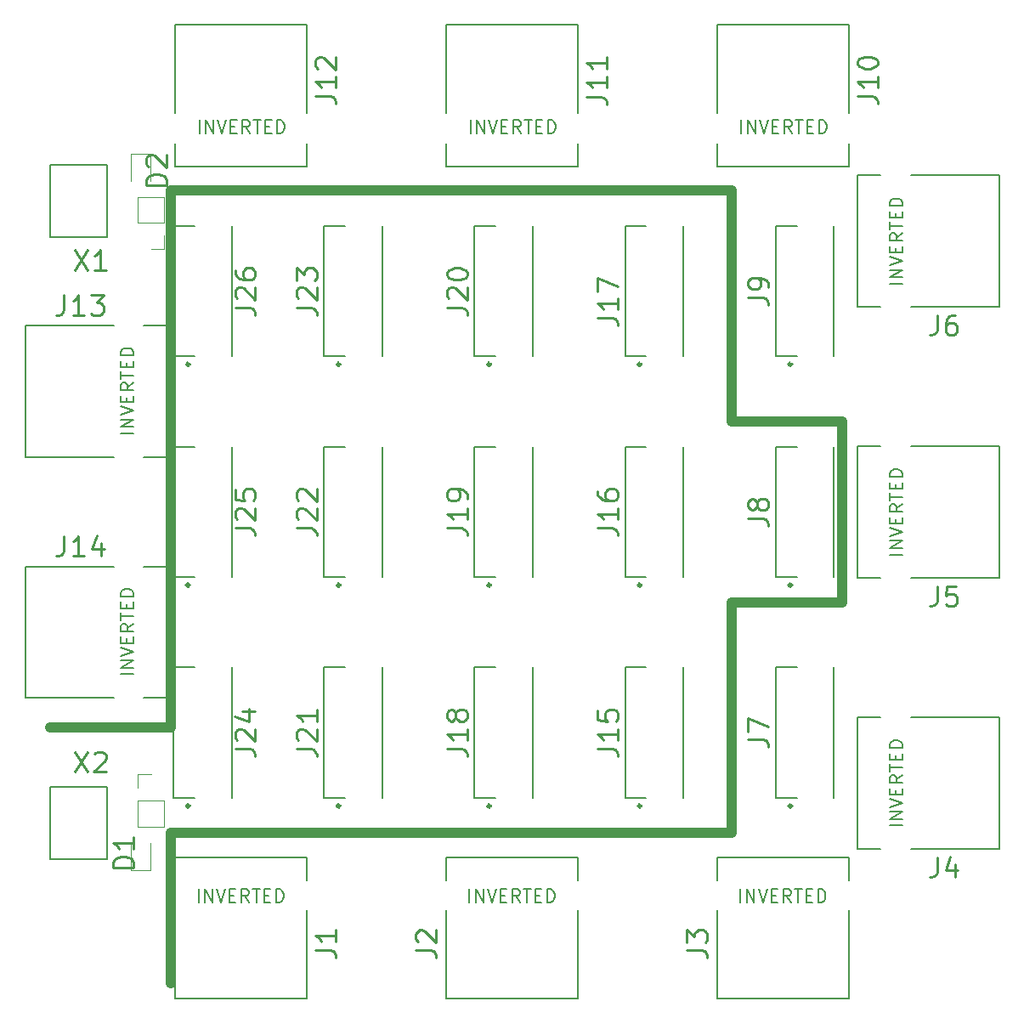
<source format=gbr>
%TF.GenerationSoftware,KiCad,Pcbnew,5.1.7-a382d34a8~88~ubuntu20.04.1*%
%TF.CreationDate,2020-11-29T10:03:16-08:00*%
%TF.ProjectId,multi-way-usb,6d756c74-692d-4776-9179-2d7573622e6b,rev?*%
%TF.SameCoordinates,Original*%
%TF.FileFunction,Legend,Top*%
%TF.FilePolarity,Positive*%
%FSLAX46Y46*%
G04 Gerber Fmt 4.6, Leading zero omitted, Abs format (unit mm)*
G04 Created by KiCad (PCBNEW 5.1.7-a382d34a8~88~ubuntu20.04.1) date 2020-11-29 10:03:16*
%MOMM*%
%LPD*%
G01*
G04 APERTURE LIST*
%ADD10C,1.000000*%
%ADD11C,0.300000*%
%ADD12C,0.127000*%
%ADD13C,0.200000*%
%ADD14C,0.120000*%
%ADD15C,0.150000*%
%ADD16C,0.250000*%
G04 APERTURE END LIST*
D10*
X21844000Y-32004000D02*
X17500000Y-32000000D01*
X21844000Y-9017000D02*
X21844000Y-32004000D01*
X32893000Y-9017000D02*
X21844000Y-9017000D01*
X32893000Y9017000D02*
X32893000Y-9017000D01*
X21844000Y9017000D02*
X32893000Y9017000D01*
X21844000Y32000000D02*
X21844000Y9017000D01*
X17500000Y32000000D02*
X21844000Y32000000D01*
X-34000000Y32000000D02*
X-34000000Y31000000D01*
X-34000000Y-21500000D02*
X-46000000Y-21500000D01*
X-34000000Y31000000D02*
X-34000000Y-21500000D01*
X-34000000Y-32000000D02*
X-34000000Y-47000000D01*
X-34000000Y-32000000D02*
X17500000Y-32000000D01*
X-34000000Y32000000D02*
X17500000Y32000000D01*
D11*
%TO.C,J15*%
X12850000Y-29300000D02*
G75*
G03*
X12850000Y-29300000I-150000J0D01*
G01*
D12*
X11250000Y-15500000D02*
X13350000Y-15500000D01*
X17050000Y-28500000D02*
X17050000Y-15500000D01*
X11250000Y-28500000D02*
X13350000Y-28500000D01*
X11250000Y-15500000D02*
X11250000Y-28500000D01*
D11*
%TO.C,J16*%
X12850000Y-7300000D02*
G75*
G03*
X12850000Y-7300000I-150000J0D01*
G01*
D12*
X11250000Y6500000D02*
X13350000Y6500000D01*
X17050000Y-6500000D02*
X17050000Y6500000D01*
X11250000Y-6500000D02*
X13350000Y-6500000D01*
X11250000Y6500000D02*
X11250000Y-6500000D01*
D11*
%TO.C,J17*%
X12850000Y14700000D02*
G75*
G03*
X12850000Y14700000I-150000J0D01*
G01*
D12*
X11250000Y28500000D02*
X13350000Y28500000D01*
X17050000Y15500000D02*
X17050000Y28500000D01*
X11250000Y15500000D02*
X13350000Y15500000D01*
X11250000Y28500000D02*
X11250000Y15500000D01*
D11*
%TO.C,J9*%
X27850000Y14700000D02*
G75*
G03*
X27850000Y14700000I-150000J0D01*
G01*
D12*
X26250000Y28500000D02*
X28350000Y28500000D01*
X32050000Y15500000D02*
X32050000Y28500000D01*
X26250000Y15500000D02*
X28350000Y15500000D01*
X26250000Y28500000D02*
X26250000Y15500000D01*
D11*
%TO.C,J8*%
X27850000Y-7300000D02*
G75*
G03*
X27850000Y-7300000I-150000J0D01*
G01*
D12*
X26250000Y6500000D02*
X28350000Y6500000D01*
X32050000Y-6500000D02*
X32050000Y6500000D01*
X26250000Y-6500000D02*
X28350000Y-6500000D01*
X26250000Y6500000D02*
X26250000Y-6500000D01*
D11*
%TO.C,J7*%
X27850000Y-29300000D02*
G75*
G03*
X27850000Y-29300000I-150000J0D01*
G01*
D12*
X26250000Y-15500000D02*
X28350000Y-15500000D01*
X32050000Y-28500000D02*
X32050000Y-15500000D01*
X26250000Y-28500000D02*
X28350000Y-28500000D01*
X26250000Y-15500000D02*
X26250000Y-28500000D01*
D13*
%TO.C,J14*%
X-39700000Y-5450000D02*
X-48500000Y-5450000D01*
X-48500000Y-5450000D02*
X-48500000Y-18550000D01*
X-48500000Y-18550000D02*
X-39700000Y-18550000D01*
X-36700000Y-5450000D02*
X-34400000Y-5450000D01*
X-34400000Y-5450000D02*
X-34400000Y-18550000D01*
X-34400000Y-18550000D02*
X-36700000Y-18550000D01*
%TO.C,J13*%
X-39700000Y18550000D02*
X-48500000Y18550000D01*
X-48500000Y18550000D02*
X-48500000Y5450000D01*
X-48500000Y5450000D02*
X-39700000Y5450000D01*
X-36700000Y18550000D02*
X-34400000Y18550000D01*
X-34400000Y18550000D02*
X-34400000Y5450000D01*
X-34400000Y5450000D02*
X-36700000Y5450000D01*
%TO.C,J12*%
X-20450000Y39700000D02*
X-20450000Y48500000D01*
X-20450000Y48500000D02*
X-33550000Y48500000D01*
X-33550000Y48500000D02*
X-33550000Y39700000D01*
X-20450000Y36700000D02*
X-20450000Y34400000D01*
X-20450000Y34400000D02*
X-33550000Y34400000D01*
X-33550000Y34400000D02*
X-33550000Y36700000D01*
%TO.C,J11*%
X6550000Y39700000D02*
X6550000Y48500000D01*
X6550000Y48500000D02*
X-6550000Y48500000D01*
X-6550000Y48500000D02*
X-6550000Y39700000D01*
X6550000Y36700000D02*
X6550000Y34400000D01*
X6550000Y34400000D02*
X-6550000Y34400000D01*
X-6550000Y34400000D02*
X-6550000Y36700000D01*
%TO.C,J10*%
X33550000Y39700000D02*
X33550000Y48500000D01*
X33550000Y48500000D02*
X20450000Y48500000D01*
X20450000Y48500000D02*
X20450000Y39700000D01*
X33550000Y36700000D02*
X33550000Y34400000D01*
X33550000Y34400000D02*
X20450000Y34400000D01*
X20450000Y34400000D02*
X20450000Y36700000D01*
%TO.C,J6*%
X39700000Y20450000D02*
X48500000Y20450000D01*
X48500000Y20450000D02*
X48500000Y33550000D01*
X48500000Y33550000D02*
X39700000Y33550000D01*
X36700000Y20450000D02*
X34400000Y20450000D01*
X34400000Y20450000D02*
X34400000Y33550000D01*
X34400000Y33550000D02*
X36700000Y33550000D01*
%TO.C,J5*%
X39700000Y-6550000D02*
X48500000Y-6550000D01*
X48500000Y-6550000D02*
X48500000Y6550000D01*
X48500000Y6550000D02*
X39700000Y6550000D01*
X36700000Y-6550000D02*
X34400000Y-6550000D01*
X34400000Y-6550000D02*
X34400000Y6550000D01*
X34400000Y6550000D02*
X36700000Y6550000D01*
%TO.C,J4*%
X39700000Y-33550000D02*
X48500000Y-33550000D01*
X48500000Y-33550000D02*
X48500000Y-20450000D01*
X48500000Y-20450000D02*
X39700000Y-20450000D01*
X36700000Y-33550000D02*
X34400000Y-33550000D01*
X34400000Y-33550000D02*
X34400000Y-20450000D01*
X34400000Y-20450000D02*
X36700000Y-20450000D01*
%TO.C,J3*%
X20450000Y-39700000D02*
X20450000Y-48500000D01*
X20450000Y-48500000D02*
X33550000Y-48500000D01*
X33550000Y-48500000D02*
X33550000Y-39700000D01*
X20450000Y-36700000D02*
X20450000Y-34400000D01*
X20450000Y-34400000D02*
X33550000Y-34400000D01*
X33550000Y-34400000D02*
X33550000Y-36700000D01*
%TO.C,J2*%
X-6550000Y-39700000D02*
X-6550000Y-48500000D01*
X-6550000Y-48500000D02*
X6550000Y-48500000D01*
X6550000Y-48500000D02*
X6550000Y-39700000D01*
X-6550000Y-36700000D02*
X-6550000Y-34400000D01*
X-6550000Y-34400000D02*
X6550000Y-34400000D01*
X6550000Y-34400000D02*
X6550000Y-36700000D01*
%TO.C,J1*%
X-33550000Y-39700000D02*
X-33550000Y-48500000D01*
X-33550000Y-48500000D02*
X-20450000Y-48500000D01*
X-20450000Y-48500000D02*
X-20450000Y-39700000D01*
X-33550000Y-36700000D02*
X-33550000Y-34400000D01*
X-33550000Y-34400000D02*
X-20450000Y-34400000D01*
X-20450000Y-34400000D02*
X-20450000Y-36700000D01*
D11*
%TO.C,J24*%
X-32150000Y-29300000D02*
G75*
G03*
X-32150000Y-29300000I-150000J0D01*
G01*
D12*
X-33750000Y-15500000D02*
X-31650000Y-15500000D01*
X-27950000Y-28500000D02*
X-27950000Y-15500000D01*
X-33750000Y-28500000D02*
X-31650000Y-28500000D01*
X-33750000Y-15500000D02*
X-33750000Y-28500000D01*
D11*
%TO.C,J25*%
X-32150000Y-7300000D02*
G75*
G03*
X-32150000Y-7300000I-150000J0D01*
G01*
D12*
X-33750000Y6500000D02*
X-31650000Y6500000D01*
X-27950000Y-6500000D02*
X-27950000Y6500000D01*
X-33750000Y-6500000D02*
X-31650000Y-6500000D01*
X-33750000Y6500000D02*
X-33750000Y-6500000D01*
D11*
%TO.C,J26*%
X-32150000Y14700000D02*
G75*
G03*
X-32150000Y14700000I-150000J0D01*
G01*
D12*
X-33750000Y28500000D02*
X-31650000Y28500000D01*
X-27950000Y15500000D02*
X-27950000Y28500000D01*
X-33750000Y15500000D02*
X-31650000Y15500000D01*
X-33750000Y28500000D02*
X-33750000Y15500000D01*
D11*
%TO.C,J21*%
X-17150000Y-29300000D02*
G75*
G03*
X-17150000Y-29300000I-150000J0D01*
G01*
D12*
X-18750000Y-15500000D02*
X-16650000Y-15500000D01*
X-12950000Y-28500000D02*
X-12950000Y-15500000D01*
X-18750000Y-28500000D02*
X-16650000Y-28500000D01*
X-18750000Y-15500000D02*
X-18750000Y-28500000D01*
D11*
%TO.C,J22*%
X-17150000Y-7300000D02*
G75*
G03*
X-17150000Y-7300000I-150000J0D01*
G01*
D12*
X-18750000Y6500000D02*
X-16650000Y6500000D01*
X-12950000Y-6500000D02*
X-12950000Y6500000D01*
X-18750000Y-6500000D02*
X-16650000Y-6500000D01*
X-18750000Y6500000D02*
X-18750000Y-6500000D01*
D11*
%TO.C,J23*%
X-17150000Y14700000D02*
G75*
G03*
X-17150000Y14700000I-150000J0D01*
G01*
D12*
X-18750000Y28500000D02*
X-16650000Y28500000D01*
X-12950000Y15500000D02*
X-12950000Y28500000D01*
X-18750000Y15500000D02*
X-16650000Y15500000D01*
X-18750000Y28500000D02*
X-18750000Y15500000D01*
D11*
%TO.C,J18*%
X-2150000Y-29300000D02*
G75*
G03*
X-2150000Y-29300000I-150000J0D01*
G01*
D12*
X-3750000Y-15500000D02*
X-1650000Y-15500000D01*
X2050000Y-28500000D02*
X2050000Y-15500000D01*
X-3750000Y-28500000D02*
X-1650000Y-28500000D01*
X-3750000Y-15500000D02*
X-3750000Y-28500000D01*
D11*
%TO.C,J19*%
X-2150000Y-7300000D02*
G75*
G03*
X-2150000Y-7300000I-150000J0D01*
G01*
D12*
X-3750000Y6500000D02*
X-1650000Y6500000D01*
X2050000Y-6500000D02*
X2050000Y6500000D01*
X-3750000Y-6500000D02*
X-1650000Y-6500000D01*
X-3750000Y6500000D02*
X-3750000Y-6500000D01*
D11*
%TO.C,J20*%
X-2150000Y14700000D02*
G75*
G03*
X-2150000Y14700000I-150000J0D01*
G01*
D12*
X-3750000Y28500000D02*
X-1650000Y28500000D01*
X2050000Y15500000D02*
X2050000Y28500000D01*
X-3750000Y15500000D02*
X-1650000Y15500000D01*
X-3750000Y28500000D02*
X-3750000Y15500000D01*
D14*
%TO.C,X4*%
X-37330000Y-26170000D02*
X-36000000Y-26170000D01*
X-37330000Y-27500000D02*
X-37330000Y-26170000D01*
X-37330000Y-28770000D02*
X-34670000Y-28770000D01*
X-34670000Y-28770000D02*
X-34670000Y-31370000D01*
X-37330000Y-28770000D02*
X-37330000Y-31370000D01*
X-37330000Y-31370000D02*
X-34670000Y-31370000D01*
D15*
%TO.C,X2*%
X-46000000Y-27400000D02*
X-46000000Y-34600000D01*
X-46000000Y-27400000D02*
X-40350000Y-27400000D01*
X-40350000Y-27400000D02*
X-40350000Y-34600000D01*
X-40350000Y-34600000D02*
X-46000000Y-34600000D01*
D14*
%TO.C,D1*%
X-36040000Y-35685000D02*
X-36040000Y-33000000D01*
X-37960000Y-35685000D02*
X-36040000Y-35685000D01*
X-37960000Y-33000000D02*
X-37960000Y-35685000D01*
%TO.C,X3*%
X-34670000Y26170000D02*
X-36000000Y26170000D01*
X-34670000Y27500000D02*
X-34670000Y26170000D01*
X-34670000Y28770000D02*
X-37330000Y28770000D01*
X-37330000Y28770000D02*
X-37330000Y31370000D01*
X-34670000Y28770000D02*
X-34670000Y31370000D01*
X-34670000Y31370000D02*
X-37330000Y31370000D01*
D15*
%TO.C,X1*%
X-46000000Y34600000D02*
X-46000000Y27400000D01*
X-46000000Y34600000D02*
X-40350000Y34600000D01*
X-40350000Y34600000D02*
X-40350000Y27400000D01*
X-40350000Y27400000D02*
X-46000000Y27400000D01*
D14*
%TO.C,D2*%
X-37960000Y35685000D02*
X-37960000Y33000000D01*
X-36040000Y35685000D02*
X-37960000Y35685000D01*
X-36040000Y33000000D02*
X-36040000Y35685000D01*
%TO.C,J15*%
D16*
X8517461Y-23619047D02*
X9946033Y-23619047D01*
X10231747Y-23714285D01*
X10422223Y-23904761D01*
X10517461Y-24190476D01*
X10517461Y-24380952D01*
X10517461Y-21619047D02*
X10517461Y-22761904D01*
X10517461Y-22190476D02*
X8517461Y-22190476D01*
X8803176Y-22380952D01*
X8993652Y-22571428D01*
X9088890Y-22761904D01*
X8517461Y-19809523D02*
X8517461Y-20761904D01*
X9469842Y-20857142D01*
X9374604Y-20761904D01*
X9279366Y-20571428D01*
X9279366Y-20095238D01*
X9374604Y-19904761D01*
X9469842Y-19809523D01*
X9660319Y-19714285D01*
X10136509Y-19714285D01*
X10326985Y-19809523D01*
X10422223Y-19904761D01*
X10517461Y-20095238D01*
X10517461Y-20571428D01*
X10422223Y-20761904D01*
X10326985Y-20857142D01*
%TO.C,J16*%
X8517461Y-1619047D02*
X9946033Y-1619047D01*
X10231747Y-1714285D01*
X10422223Y-1904761D01*
X10517461Y-2190476D01*
X10517461Y-2380952D01*
X10517461Y380952D02*
X10517461Y-761904D01*
X10517461Y-190476D02*
X8517461Y-190476D01*
X8803176Y-380952D01*
X8993652Y-571428D01*
X9088890Y-761904D01*
X8517461Y2095238D02*
X8517461Y1714285D01*
X8612700Y1523809D01*
X8707938Y1428571D01*
X8993652Y1238095D01*
X9374604Y1142857D01*
X10136509Y1142857D01*
X10326985Y1238095D01*
X10422223Y1333333D01*
X10517461Y1523809D01*
X10517461Y1904761D01*
X10422223Y2095238D01*
X10326985Y2190476D01*
X10136509Y2285714D01*
X9660319Y2285714D01*
X9469842Y2190476D01*
X9374604Y2095238D01*
X9279366Y1904761D01*
X9279366Y1523809D01*
X9374604Y1333333D01*
X9469842Y1238095D01*
X9660319Y1142857D01*
%TO.C,J17*%
X8517461Y19307593D02*
X9946033Y19307593D01*
X10231747Y19212355D01*
X10422223Y19021879D01*
X10517461Y18736164D01*
X10517461Y18545688D01*
X10517461Y21307593D02*
X10517461Y20164736D01*
X10517461Y20736164D02*
X8517461Y20736164D01*
X8803176Y20545688D01*
X8993652Y20355212D01*
X9088890Y20164736D01*
X8517461Y21974260D02*
X8517461Y23307593D01*
X10517461Y22450450D01*
%TO.C,J9*%
X23517461Y21333333D02*
X24946033Y21333333D01*
X25231747Y21238095D01*
X25422223Y21047619D01*
X25517461Y20761904D01*
X25517461Y20571428D01*
X25517461Y22380952D02*
X25517461Y22761904D01*
X25422223Y22952380D01*
X25326985Y23047619D01*
X25041271Y23238095D01*
X24660319Y23333333D01*
X23898414Y23333333D01*
X23707938Y23238095D01*
X23612700Y23142857D01*
X23517461Y22952380D01*
X23517461Y22571428D01*
X23612700Y22380952D01*
X23707938Y22285714D01*
X23898414Y22190476D01*
X24374604Y22190476D01*
X24565080Y22285714D01*
X24660319Y22380952D01*
X24755557Y22571428D01*
X24755557Y22952380D01*
X24660319Y23142857D01*
X24565080Y23238095D01*
X24374604Y23333333D01*
%TO.C,J8*%
X23517461Y-666666D02*
X24946033Y-666666D01*
X25231747Y-761904D01*
X25422223Y-952380D01*
X25517461Y-1238095D01*
X25517461Y-1428571D01*
X24374604Y571428D02*
X24279366Y380952D01*
X24184128Y285714D01*
X23993652Y190476D01*
X23898414Y190476D01*
X23707938Y285714D01*
X23612700Y380952D01*
X23517461Y571428D01*
X23517461Y952380D01*
X23612700Y1142857D01*
X23707938Y1238095D01*
X23898414Y1333333D01*
X23993652Y1333333D01*
X24184128Y1238095D01*
X24279366Y1142857D01*
X24374604Y952380D01*
X24374604Y571428D01*
X24469842Y380952D01*
X24565080Y285714D01*
X24755557Y190476D01*
X25136509Y190476D01*
X25326985Y285714D01*
X25422223Y380952D01*
X25517461Y571428D01*
X25517461Y952380D01*
X25422223Y1142857D01*
X25326985Y1238095D01*
X25136509Y1333333D01*
X24755557Y1333333D01*
X24565080Y1238095D01*
X24469842Y1142857D01*
X24374604Y952380D01*
%TO.C,J7*%
X23517461Y-22666666D02*
X24946033Y-22666666D01*
X25231747Y-22761904D01*
X25422223Y-22952380D01*
X25517461Y-23238095D01*
X25517461Y-23428571D01*
X23517461Y-21904761D02*
X23517461Y-20571428D01*
X25517461Y-21428571D01*
%TO.C,J14*%
X-44645807Y-2404761D02*
X-44645807Y-3833333D01*
X-44741045Y-4119047D01*
X-44931521Y-4309523D01*
X-45217236Y-4404761D01*
X-45407712Y-4404761D01*
X-42645807Y-4404761D02*
X-43788664Y-4404761D01*
X-43217236Y-4404761D02*
X-43217236Y-2404761D01*
X-43407712Y-2690476D01*
X-43598188Y-2880952D01*
X-43788664Y-2976190D01*
X-40931521Y-3071428D02*
X-40931521Y-4404761D01*
X-41407712Y-2309523D02*
X-41883902Y-3738095D01*
X-40645807Y-3738095D01*
D13*
X-37721904Y-16159523D02*
X-39021904Y-16159523D01*
X-37721904Y-15540476D02*
X-39021904Y-15540476D01*
X-37721904Y-14797619D01*
X-39021904Y-14797619D01*
X-39021904Y-14364285D02*
X-37721904Y-13930952D01*
X-39021904Y-13497619D01*
X-38402857Y-13064285D02*
X-38402857Y-12630952D01*
X-37721904Y-12445238D02*
X-37721904Y-13064285D01*
X-39021904Y-13064285D01*
X-39021904Y-12445238D01*
X-37721904Y-11145238D02*
X-38340952Y-11578571D01*
X-37721904Y-11888095D02*
X-39021904Y-11888095D01*
X-39021904Y-11392857D01*
X-38960000Y-11269047D01*
X-38898095Y-11207142D01*
X-38774285Y-11145238D01*
X-38588571Y-11145238D01*
X-38464761Y-11207142D01*
X-38402857Y-11269047D01*
X-38340952Y-11392857D01*
X-38340952Y-11888095D01*
X-39021904Y-10773809D02*
X-39021904Y-10030952D01*
X-37721904Y-10402380D02*
X-39021904Y-10402380D01*
X-38402857Y-9597619D02*
X-38402857Y-9164285D01*
X-37721904Y-8978571D02*
X-37721904Y-9597619D01*
X-39021904Y-9597619D01*
X-39021904Y-8978571D01*
X-37721904Y-8421428D02*
X-39021904Y-8421428D01*
X-39021904Y-8111904D01*
X-38960000Y-7926190D01*
X-38836190Y-7802380D01*
X-38712380Y-7740476D01*
X-38464761Y-7678571D01*
X-38279047Y-7678571D01*
X-38031428Y-7740476D01*
X-37907619Y-7802380D01*
X-37783809Y-7926190D01*
X-37721904Y-8111904D01*
X-37721904Y-8421428D01*
%TO.C,J13*%
D16*
X-44645807Y21595238D02*
X-44645807Y20166666D01*
X-44741045Y19880952D01*
X-44931521Y19690476D01*
X-45217236Y19595238D01*
X-45407712Y19595238D01*
X-42645807Y19595238D02*
X-43788664Y19595238D01*
X-43217236Y19595238D02*
X-43217236Y21595238D01*
X-43407712Y21309523D01*
X-43598188Y21119047D01*
X-43788664Y21023809D01*
X-41979140Y21595238D02*
X-40741045Y21595238D01*
X-41407712Y20833333D01*
X-41121998Y20833333D01*
X-40931521Y20738095D01*
X-40836283Y20642857D01*
X-40741045Y20452380D01*
X-40741045Y19976190D01*
X-40836283Y19785714D01*
X-40931521Y19690476D01*
X-41121998Y19595238D01*
X-41693426Y19595238D01*
X-41883902Y19690476D01*
X-41979140Y19785714D01*
D13*
X-37721904Y7840476D02*
X-39021904Y7840476D01*
X-37721904Y8459523D02*
X-39021904Y8459523D01*
X-37721904Y9202380D01*
X-39021904Y9202380D01*
X-39021904Y9635714D02*
X-37721904Y10069047D01*
X-39021904Y10502380D01*
X-38402857Y10935714D02*
X-38402857Y11369047D01*
X-37721904Y11554761D02*
X-37721904Y10935714D01*
X-39021904Y10935714D01*
X-39021904Y11554761D01*
X-37721904Y12854761D02*
X-38340952Y12421428D01*
X-37721904Y12111904D02*
X-39021904Y12111904D01*
X-39021904Y12607142D01*
X-38960000Y12730952D01*
X-38898095Y12792857D01*
X-38774285Y12854761D01*
X-38588571Y12854761D01*
X-38464761Y12792857D01*
X-38402857Y12730952D01*
X-38340952Y12607142D01*
X-38340952Y12111904D01*
X-39021904Y13226190D02*
X-39021904Y13969047D01*
X-37721904Y13597619D02*
X-39021904Y13597619D01*
X-38402857Y14402380D02*
X-38402857Y14835714D01*
X-37721904Y15021428D02*
X-37721904Y14402380D01*
X-39021904Y14402380D01*
X-39021904Y15021428D01*
X-37721904Y15578571D02*
X-39021904Y15578571D01*
X-39021904Y15888095D01*
X-38960000Y16073809D01*
X-38836190Y16197619D01*
X-38712380Y16259523D01*
X-38464761Y16321428D01*
X-38279047Y16321428D01*
X-38031428Y16259523D01*
X-37907619Y16197619D01*
X-37783809Y16073809D01*
X-37721904Y15888095D01*
X-37721904Y15578571D01*
%TO.C,J12*%
D16*
X-19595238Y41407712D02*
X-18166666Y41407712D01*
X-17880952Y41312474D01*
X-17690476Y41121998D01*
X-17595238Y40836283D01*
X-17595238Y40645807D01*
X-17595238Y43407712D02*
X-17595238Y42264855D01*
X-17595238Y42836283D02*
X-19595238Y42836283D01*
X-19309523Y42645807D01*
X-19119047Y42455331D01*
X-19023809Y42264855D01*
X-19404761Y44169617D02*
X-19500000Y44264855D01*
X-19595238Y44455331D01*
X-19595238Y44931521D01*
X-19500000Y45121998D01*
X-19404761Y45217236D01*
X-19214285Y45312474D01*
X-19023809Y45312474D01*
X-18738095Y45217236D01*
X-17595238Y44074379D01*
X-17595238Y45312474D01*
D13*
X-31159523Y37721904D02*
X-31159523Y39021904D01*
X-30540476Y37721904D02*
X-30540476Y39021904D01*
X-29797619Y37721904D01*
X-29797619Y39021904D01*
X-29364285Y39021904D02*
X-28930952Y37721904D01*
X-28497619Y39021904D01*
X-28064285Y38402857D02*
X-27630952Y38402857D01*
X-27445238Y37721904D02*
X-28064285Y37721904D01*
X-28064285Y39021904D01*
X-27445238Y39021904D01*
X-26145238Y37721904D02*
X-26578571Y38340952D01*
X-26888095Y37721904D02*
X-26888095Y39021904D01*
X-26392857Y39021904D01*
X-26269047Y38960000D01*
X-26207142Y38898095D01*
X-26145238Y38774285D01*
X-26145238Y38588571D01*
X-26207142Y38464761D01*
X-26269047Y38402857D01*
X-26392857Y38340952D01*
X-26888095Y38340952D01*
X-25773809Y39021904D02*
X-25030952Y39021904D01*
X-25402380Y37721904D02*
X-25402380Y39021904D01*
X-24597619Y38402857D02*
X-24164285Y38402857D01*
X-23978571Y37721904D02*
X-24597619Y37721904D01*
X-24597619Y39021904D01*
X-23978571Y39021904D01*
X-23421428Y37721904D02*
X-23421428Y39021904D01*
X-23111904Y39021904D01*
X-22926190Y38960000D01*
X-22802380Y38836190D01*
X-22740476Y38712380D01*
X-22678571Y38464761D01*
X-22678571Y38279047D01*
X-22740476Y38031428D01*
X-22802380Y37907619D01*
X-22926190Y37783809D01*
X-23111904Y37721904D01*
X-23421428Y37721904D01*
%TO.C,J11*%
D16*
X7404761Y41380952D02*
X8833333Y41380952D01*
X9119047Y41285714D01*
X9309523Y41095238D01*
X9404761Y40809523D01*
X9404761Y40619047D01*
X9404761Y43380952D02*
X9404761Y42238095D01*
X9404761Y42809523D02*
X7404761Y42809523D01*
X7690476Y42619047D01*
X7880952Y42428571D01*
X7976190Y42238095D01*
X9404761Y45285714D02*
X9404761Y44142857D01*
X9404761Y44714285D02*
X7404761Y44714285D01*
X7690476Y44523809D01*
X7880952Y44333333D01*
X7976190Y44142857D01*
D13*
X-4159523Y37721904D02*
X-4159523Y39021904D01*
X-3540476Y37721904D02*
X-3540476Y39021904D01*
X-2797619Y37721904D01*
X-2797619Y39021904D01*
X-2364285Y39021904D02*
X-1930952Y37721904D01*
X-1497619Y39021904D01*
X-1064285Y38402857D02*
X-630952Y38402857D01*
X-445238Y37721904D02*
X-1064285Y37721904D01*
X-1064285Y39021904D01*
X-445238Y39021904D01*
X854761Y37721904D02*
X421428Y38340952D01*
X111904Y37721904D02*
X111904Y39021904D01*
X607142Y39021904D01*
X730952Y38960000D01*
X792857Y38898095D01*
X854761Y38774285D01*
X854761Y38588571D01*
X792857Y38464761D01*
X730952Y38402857D01*
X607142Y38340952D01*
X111904Y38340952D01*
X1226190Y39021904D02*
X1969047Y39021904D01*
X1597619Y37721904D02*
X1597619Y39021904D01*
X2402380Y38402857D02*
X2835714Y38402857D01*
X3021428Y37721904D02*
X2402380Y37721904D01*
X2402380Y39021904D01*
X3021428Y39021904D01*
X3578571Y37721904D02*
X3578571Y39021904D01*
X3888095Y39021904D01*
X4073809Y38960000D01*
X4197619Y38836190D01*
X4259523Y38712380D01*
X4321428Y38464761D01*
X4321428Y38279047D01*
X4259523Y38031428D01*
X4197619Y37907619D01*
X4073809Y37783809D01*
X3888095Y37721904D01*
X3578571Y37721904D01*
%TO.C,J10*%
D16*
X34404761Y41407712D02*
X35833333Y41407712D01*
X36119047Y41312474D01*
X36309523Y41121998D01*
X36404761Y40836283D01*
X36404761Y40645807D01*
X36404761Y43407712D02*
X36404761Y42264855D01*
X36404761Y42836283D02*
X34404761Y42836283D01*
X34690476Y42645807D01*
X34880952Y42455331D01*
X34976190Y42264855D01*
X34404761Y44645807D02*
X34404761Y44836283D01*
X34500000Y45026760D01*
X34595238Y45121998D01*
X34785714Y45217236D01*
X35166666Y45312474D01*
X35642857Y45312474D01*
X36023809Y45217236D01*
X36214285Y45121998D01*
X36309523Y45026760D01*
X36404761Y44836283D01*
X36404761Y44645807D01*
X36309523Y44455331D01*
X36214285Y44360093D01*
X36023809Y44264855D01*
X35642857Y44169617D01*
X35166666Y44169617D01*
X34785714Y44264855D01*
X34595238Y44360093D01*
X34500000Y44455331D01*
X34404761Y44645807D01*
D13*
X22840476Y37721904D02*
X22840476Y39021904D01*
X23459523Y37721904D02*
X23459523Y39021904D01*
X24202380Y37721904D01*
X24202380Y39021904D01*
X24635714Y39021904D02*
X25069047Y37721904D01*
X25502380Y39021904D01*
X25935714Y38402857D02*
X26369047Y38402857D01*
X26554761Y37721904D02*
X25935714Y37721904D01*
X25935714Y39021904D01*
X26554761Y39021904D01*
X27854761Y37721904D02*
X27421428Y38340952D01*
X27111904Y37721904D02*
X27111904Y39021904D01*
X27607142Y39021904D01*
X27730952Y38960000D01*
X27792857Y38898095D01*
X27854761Y38774285D01*
X27854761Y38588571D01*
X27792857Y38464761D01*
X27730952Y38402857D01*
X27607142Y38340952D01*
X27111904Y38340952D01*
X28226190Y39021904D02*
X28969047Y39021904D01*
X28597619Y37721904D02*
X28597619Y39021904D01*
X29402380Y38402857D02*
X29835714Y38402857D01*
X30021428Y37721904D02*
X29402380Y37721904D01*
X29402380Y39021904D01*
X30021428Y39021904D01*
X30578571Y37721904D02*
X30578571Y39021904D01*
X30888095Y39021904D01*
X31073809Y38960000D01*
X31197619Y38836190D01*
X31259523Y38712380D01*
X31321428Y38464761D01*
X31321428Y38279047D01*
X31259523Y38031428D01*
X31197619Y37907619D01*
X31073809Y37783809D01*
X30888095Y37721904D01*
X30578571Y37721904D01*
%TO.C,J6*%
D16*
X42333333Y19595238D02*
X42333333Y18166666D01*
X42238095Y17880952D01*
X42047619Y17690476D01*
X41761904Y17595238D01*
X41571428Y17595238D01*
X44142857Y19595238D02*
X43761904Y19595238D01*
X43571428Y19500000D01*
X43476190Y19404761D01*
X43285714Y19119047D01*
X43190476Y18738095D01*
X43190476Y17976190D01*
X43285714Y17785714D01*
X43380952Y17690476D01*
X43571428Y17595238D01*
X43952380Y17595238D01*
X44142857Y17690476D01*
X44238095Y17785714D01*
X44333333Y17976190D01*
X44333333Y18452380D01*
X44238095Y18642857D01*
X44142857Y18738095D01*
X43952380Y18833333D01*
X43571428Y18833333D01*
X43380952Y18738095D01*
X43285714Y18642857D01*
X43190476Y18452380D01*
D13*
X38898095Y22740476D02*
X37598095Y22740476D01*
X38898095Y23359523D02*
X37598095Y23359523D01*
X38898095Y24102380D01*
X37598095Y24102380D01*
X37598095Y24535714D02*
X38898095Y24969047D01*
X37598095Y25402380D01*
X38217142Y25835714D02*
X38217142Y26269047D01*
X38898095Y26454761D02*
X38898095Y25835714D01*
X37598095Y25835714D01*
X37598095Y26454761D01*
X38898095Y27754761D02*
X38279047Y27321428D01*
X38898095Y27011904D02*
X37598095Y27011904D01*
X37598095Y27507142D01*
X37660000Y27630952D01*
X37721904Y27692857D01*
X37845714Y27754761D01*
X38031428Y27754761D01*
X38155238Y27692857D01*
X38217142Y27630952D01*
X38279047Y27507142D01*
X38279047Y27011904D01*
X37598095Y28126190D02*
X37598095Y28869047D01*
X38898095Y28497619D02*
X37598095Y28497619D01*
X38217142Y29302380D02*
X38217142Y29735714D01*
X38898095Y29921428D02*
X38898095Y29302380D01*
X37598095Y29302380D01*
X37598095Y29921428D01*
X38898095Y30478571D02*
X37598095Y30478571D01*
X37598095Y30788095D01*
X37660000Y30973809D01*
X37783809Y31097619D01*
X37907619Y31159523D01*
X38155238Y31221428D01*
X38340952Y31221428D01*
X38588571Y31159523D01*
X38712380Y31097619D01*
X38836190Y30973809D01*
X38898095Y30788095D01*
X38898095Y30478571D01*
%TO.C,J5*%
D16*
X42333333Y-7404761D02*
X42333333Y-8833333D01*
X42238095Y-9119047D01*
X42047619Y-9309523D01*
X41761904Y-9404761D01*
X41571428Y-9404761D01*
X44238095Y-7404761D02*
X43285714Y-7404761D01*
X43190476Y-8357142D01*
X43285714Y-8261904D01*
X43476190Y-8166666D01*
X43952380Y-8166666D01*
X44142857Y-8261904D01*
X44238095Y-8357142D01*
X44333333Y-8547619D01*
X44333333Y-9023809D01*
X44238095Y-9214285D01*
X44142857Y-9309523D01*
X43952380Y-9404761D01*
X43476190Y-9404761D01*
X43285714Y-9309523D01*
X43190476Y-9214285D01*
D13*
X38898095Y-4259523D02*
X37598095Y-4259523D01*
X38898095Y-3640476D02*
X37598095Y-3640476D01*
X38898095Y-2897619D01*
X37598095Y-2897619D01*
X37598095Y-2464285D02*
X38898095Y-2030952D01*
X37598095Y-1597619D01*
X38217142Y-1164285D02*
X38217142Y-730952D01*
X38898095Y-545238D02*
X38898095Y-1164285D01*
X37598095Y-1164285D01*
X37598095Y-545238D01*
X38898095Y754761D02*
X38279047Y321428D01*
X38898095Y11904D02*
X37598095Y11904D01*
X37598095Y507142D01*
X37660000Y630952D01*
X37721904Y692857D01*
X37845714Y754761D01*
X38031428Y754761D01*
X38155238Y692857D01*
X38217142Y630952D01*
X38279047Y507142D01*
X38279047Y11904D01*
X37598095Y1126190D02*
X37598095Y1869047D01*
X38898095Y1497619D02*
X37598095Y1497619D01*
X38217142Y2302380D02*
X38217142Y2735714D01*
X38898095Y2921428D02*
X38898095Y2302380D01*
X37598095Y2302380D01*
X37598095Y2921428D01*
X38898095Y3478571D02*
X37598095Y3478571D01*
X37598095Y3788095D01*
X37660000Y3973809D01*
X37783809Y4097619D01*
X37907619Y4159523D01*
X38155238Y4221428D01*
X38340952Y4221428D01*
X38588571Y4159523D01*
X38712380Y4097619D01*
X38836190Y3973809D01*
X38898095Y3788095D01*
X38898095Y3478571D01*
%TO.C,J4*%
D16*
X42333333Y-34404761D02*
X42333333Y-35833333D01*
X42238095Y-36119047D01*
X42047619Y-36309523D01*
X41761904Y-36404761D01*
X41571428Y-36404761D01*
X44142857Y-35071428D02*
X44142857Y-36404761D01*
X43666666Y-34309523D02*
X43190476Y-35738095D01*
X44428571Y-35738095D01*
D13*
X38898095Y-31259523D02*
X37598095Y-31259523D01*
X38898095Y-30640476D02*
X37598095Y-30640476D01*
X38898095Y-29897619D01*
X37598095Y-29897619D01*
X37598095Y-29464285D02*
X38898095Y-29030952D01*
X37598095Y-28597619D01*
X38217142Y-28164285D02*
X38217142Y-27730952D01*
X38898095Y-27545238D02*
X38898095Y-28164285D01*
X37598095Y-28164285D01*
X37598095Y-27545238D01*
X38898095Y-26245238D02*
X38279047Y-26678571D01*
X38898095Y-26988095D02*
X37598095Y-26988095D01*
X37598095Y-26492857D01*
X37660000Y-26369047D01*
X37721904Y-26307142D01*
X37845714Y-26245238D01*
X38031428Y-26245238D01*
X38155238Y-26307142D01*
X38217142Y-26369047D01*
X38279047Y-26492857D01*
X38279047Y-26988095D01*
X37598095Y-25873809D02*
X37598095Y-25130952D01*
X38898095Y-25502380D02*
X37598095Y-25502380D01*
X38217142Y-24697619D02*
X38217142Y-24264285D01*
X38898095Y-24078571D02*
X38898095Y-24697619D01*
X37598095Y-24697619D01*
X37598095Y-24078571D01*
X38898095Y-23521428D02*
X37598095Y-23521428D01*
X37598095Y-23211904D01*
X37660000Y-23026190D01*
X37783809Y-22902380D01*
X37907619Y-22840476D01*
X38155238Y-22778571D01*
X38340952Y-22778571D01*
X38588571Y-22840476D01*
X38712380Y-22902380D01*
X38836190Y-23026190D01*
X38898095Y-23211904D01*
X38898095Y-23521428D01*
%TO.C,J3*%
D16*
X17404761Y-43666666D02*
X18833333Y-43666666D01*
X19119047Y-43761904D01*
X19309523Y-43952380D01*
X19404761Y-44238095D01*
X19404761Y-44428571D01*
X17404761Y-42904761D02*
X17404761Y-41666666D01*
X18166666Y-42333333D01*
X18166666Y-42047619D01*
X18261904Y-41857142D01*
X18357142Y-41761904D01*
X18547619Y-41666666D01*
X19023809Y-41666666D01*
X19214285Y-41761904D01*
X19309523Y-41857142D01*
X19404761Y-42047619D01*
X19404761Y-42619047D01*
X19309523Y-42809523D01*
X19214285Y-42904761D01*
D13*
X22740476Y-38898095D02*
X22740476Y-37598095D01*
X23359523Y-38898095D02*
X23359523Y-37598095D01*
X24102380Y-38898095D01*
X24102380Y-37598095D01*
X24535714Y-37598095D02*
X24969047Y-38898095D01*
X25402380Y-37598095D01*
X25835714Y-38217142D02*
X26269047Y-38217142D01*
X26454761Y-38898095D02*
X25835714Y-38898095D01*
X25835714Y-37598095D01*
X26454761Y-37598095D01*
X27754761Y-38898095D02*
X27321428Y-38279047D01*
X27011904Y-38898095D02*
X27011904Y-37598095D01*
X27507142Y-37598095D01*
X27630952Y-37660000D01*
X27692857Y-37721904D01*
X27754761Y-37845714D01*
X27754761Y-38031428D01*
X27692857Y-38155238D01*
X27630952Y-38217142D01*
X27507142Y-38279047D01*
X27011904Y-38279047D01*
X28126190Y-37598095D02*
X28869047Y-37598095D01*
X28497619Y-38898095D02*
X28497619Y-37598095D01*
X29302380Y-38217142D02*
X29735714Y-38217142D01*
X29921428Y-38898095D02*
X29302380Y-38898095D01*
X29302380Y-37598095D01*
X29921428Y-37598095D01*
X30478571Y-38898095D02*
X30478571Y-37598095D01*
X30788095Y-37598095D01*
X30973809Y-37660000D01*
X31097619Y-37783809D01*
X31159523Y-37907619D01*
X31221428Y-38155238D01*
X31221428Y-38340952D01*
X31159523Y-38588571D01*
X31097619Y-38712380D01*
X30973809Y-38836190D01*
X30788095Y-38898095D01*
X30478571Y-38898095D01*
%TO.C,J2*%
D16*
X-9595238Y-43666666D02*
X-8166666Y-43666666D01*
X-7880952Y-43761904D01*
X-7690476Y-43952380D01*
X-7595238Y-44238095D01*
X-7595238Y-44428571D01*
X-9404761Y-42809523D02*
X-9500000Y-42714285D01*
X-9595238Y-42523809D01*
X-9595238Y-42047619D01*
X-9500000Y-41857142D01*
X-9404761Y-41761904D01*
X-9214285Y-41666666D01*
X-9023809Y-41666666D01*
X-8738095Y-41761904D01*
X-7595238Y-42904761D01*
X-7595238Y-41666666D01*
D13*
X-4259523Y-38898095D02*
X-4259523Y-37598095D01*
X-3640476Y-38898095D02*
X-3640476Y-37598095D01*
X-2897619Y-38898095D01*
X-2897619Y-37598095D01*
X-2464285Y-37598095D02*
X-2030952Y-38898095D01*
X-1597619Y-37598095D01*
X-1164285Y-38217142D02*
X-730952Y-38217142D01*
X-545238Y-38898095D02*
X-1164285Y-38898095D01*
X-1164285Y-37598095D01*
X-545238Y-37598095D01*
X754761Y-38898095D02*
X321428Y-38279047D01*
X11904Y-38898095D02*
X11904Y-37598095D01*
X507142Y-37598095D01*
X630952Y-37660000D01*
X692857Y-37721904D01*
X754761Y-37845714D01*
X754761Y-38031428D01*
X692857Y-38155238D01*
X630952Y-38217142D01*
X507142Y-38279047D01*
X11904Y-38279047D01*
X1126190Y-37598095D02*
X1869047Y-37598095D01*
X1497619Y-38898095D02*
X1497619Y-37598095D01*
X2302380Y-38217142D02*
X2735714Y-38217142D01*
X2921428Y-38898095D02*
X2302380Y-38898095D01*
X2302380Y-37598095D01*
X2921428Y-37598095D01*
X3478571Y-38898095D02*
X3478571Y-37598095D01*
X3788095Y-37598095D01*
X3973809Y-37660000D01*
X4097619Y-37783809D01*
X4159523Y-37907619D01*
X4221428Y-38155238D01*
X4221428Y-38340952D01*
X4159523Y-38588571D01*
X4097619Y-38712380D01*
X3973809Y-38836190D01*
X3788095Y-38898095D01*
X3478571Y-38898095D01*
%TO.C,J1*%
D16*
X-19595238Y-43666666D02*
X-18166666Y-43666666D01*
X-17880952Y-43761904D01*
X-17690476Y-43952380D01*
X-17595238Y-44238095D01*
X-17595238Y-44428571D01*
X-17595238Y-41666666D02*
X-17595238Y-42809523D01*
X-17595238Y-42238095D02*
X-19595238Y-42238095D01*
X-19309523Y-42428571D01*
X-19119047Y-42619047D01*
X-19023809Y-42809523D01*
D13*
X-31259523Y-38898095D02*
X-31259523Y-37598095D01*
X-30640476Y-38898095D02*
X-30640476Y-37598095D01*
X-29897619Y-38898095D01*
X-29897619Y-37598095D01*
X-29464285Y-37598095D02*
X-29030952Y-38898095D01*
X-28597619Y-37598095D01*
X-28164285Y-38217142D02*
X-27730952Y-38217142D01*
X-27545238Y-38898095D02*
X-28164285Y-38898095D01*
X-28164285Y-37598095D01*
X-27545238Y-37598095D01*
X-26245238Y-38898095D02*
X-26678571Y-38279047D01*
X-26988095Y-38898095D02*
X-26988095Y-37598095D01*
X-26492857Y-37598095D01*
X-26369047Y-37660000D01*
X-26307142Y-37721904D01*
X-26245238Y-37845714D01*
X-26245238Y-38031428D01*
X-26307142Y-38155238D01*
X-26369047Y-38217142D01*
X-26492857Y-38279047D01*
X-26988095Y-38279047D01*
X-25873809Y-37598095D02*
X-25130952Y-37598095D01*
X-25502380Y-38898095D02*
X-25502380Y-37598095D01*
X-24697619Y-38217142D02*
X-24264285Y-38217142D01*
X-24078571Y-38898095D02*
X-24697619Y-38898095D01*
X-24697619Y-37598095D01*
X-24078571Y-37598095D01*
X-23521428Y-38898095D02*
X-23521428Y-37598095D01*
X-23211904Y-37598095D01*
X-23026190Y-37660000D01*
X-22902380Y-37783809D01*
X-22840476Y-37907619D01*
X-22778571Y-38155238D01*
X-22778571Y-38340952D01*
X-22840476Y-38588571D01*
X-22902380Y-38712380D01*
X-23026190Y-38836190D01*
X-23211904Y-38898095D01*
X-23521428Y-38898095D01*
%TO.C,J24*%
D16*
X-27595238Y-23619047D02*
X-26166666Y-23619047D01*
X-25880952Y-23714285D01*
X-25690476Y-23904761D01*
X-25595238Y-24190476D01*
X-25595238Y-24380952D01*
X-27404761Y-22761904D02*
X-27500000Y-22666666D01*
X-27595238Y-22476190D01*
X-27595238Y-22000000D01*
X-27500000Y-21809523D01*
X-27404761Y-21714285D01*
X-27214285Y-21619047D01*
X-27023809Y-21619047D01*
X-26738095Y-21714285D01*
X-25595238Y-22857142D01*
X-25595238Y-21619047D01*
X-26928571Y-19904761D02*
X-25595238Y-19904761D01*
X-27690476Y-20380952D02*
X-26261904Y-20857142D01*
X-26261904Y-19619047D01*
%TO.C,J25*%
X-27595238Y-1619047D02*
X-26166666Y-1619047D01*
X-25880952Y-1714285D01*
X-25690476Y-1904761D01*
X-25595238Y-2190476D01*
X-25595238Y-2380952D01*
X-27404761Y-761904D02*
X-27500000Y-666666D01*
X-27595238Y-476190D01*
X-27595238Y0D01*
X-27500000Y190476D01*
X-27404761Y285714D01*
X-27214285Y380952D01*
X-27023809Y380952D01*
X-26738095Y285714D01*
X-25595238Y-857142D01*
X-25595238Y380952D01*
X-27595238Y2190476D02*
X-27595238Y1238095D01*
X-26642857Y1142857D01*
X-26738095Y1238095D01*
X-26833333Y1428571D01*
X-26833333Y1904761D01*
X-26738095Y2095238D01*
X-26642857Y2190476D01*
X-26452380Y2285714D01*
X-25976190Y2285714D01*
X-25785714Y2190476D01*
X-25690476Y2095238D01*
X-25595238Y1904761D01*
X-25595238Y1428571D01*
X-25690476Y1238095D01*
X-25785714Y1142857D01*
%TO.C,J26*%
X-27595238Y20380952D02*
X-26166666Y20380952D01*
X-25880952Y20285714D01*
X-25690476Y20095238D01*
X-25595238Y19809523D01*
X-25595238Y19619047D01*
X-27404761Y21238095D02*
X-27500000Y21333333D01*
X-27595238Y21523809D01*
X-27595238Y22000000D01*
X-27500000Y22190476D01*
X-27404761Y22285714D01*
X-27214285Y22380952D01*
X-27023809Y22380952D01*
X-26738095Y22285714D01*
X-25595238Y21142857D01*
X-25595238Y22380952D01*
X-27595238Y24095238D02*
X-27595238Y23714285D01*
X-27500000Y23523809D01*
X-27404761Y23428571D01*
X-27119047Y23238095D01*
X-26738095Y23142857D01*
X-25976190Y23142857D01*
X-25785714Y23238095D01*
X-25690476Y23333333D01*
X-25595238Y23523809D01*
X-25595238Y23904761D01*
X-25690476Y24095238D01*
X-25785714Y24190476D01*
X-25976190Y24285714D01*
X-26452380Y24285714D01*
X-26642857Y24190476D01*
X-26738095Y24095238D01*
X-26833333Y23904761D01*
X-26833333Y23523809D01*
X-26738095Y23333333D01*
X-26642857Y23238095D01*
X-26452380Y23142857D01*
%TO.C,J21*%
X-21482538Y-23619047D02*
X-20053966Y-23619047D01*
X-19768252Y-23714285D01*
X-19577776Y-23904761D01*
X-19482538Y-24190476D01*
X-19482538Y-24380952D01*
X-21292061Y-22761904D02*
X-21387300Y-22666666D01*
X-21482538Y-22476190D01*
X-21482538Y-22000000D01*
X-21387300Y-21809523D01*
X-21292061Y-21714285D01*
X-21101585Y-21619047D01*
X-20911109Y-21619047D01*
X-20625395Y-21714285D01*
X-19482538Y-22857142D01*
X-19482538Y-21619047D01*
X-19482538Y-19714285D02*
X-19482538Y-20857142D01*
X-19482538Y-20285714D02*
X-21482538Y-20285714D01*
X-21196823Y-20476190D01*
X-21006347Y-20666666D01*
X-20911109Y-20857142D01*
%TO.C,J22*%
X-21482538Y-1619047D02*
X-20053966Y-1619047D01*
X-19768252Y-1714285D01*
X-19577776Y-1904761D01*
X-19482538Y-2190476D01*
X-19482538Y-2380952D01*
X-21292061Y-761904D02*
X-21387300Y-666666D01*
X-21482538Y-476190D01*
X-21482538Y0D01*
X-21387300Y190476D01*
X-21292061Y285714D01*
X-21101585Y380952D01*
X-20911109Y380952D01*
X-20625395Y285714D01*
X-19482538Y-857142D01*
X-19482538Y380952D01*
X-21292061Y1142857D02*
X-21387300Y1238095D01*
X-21482538Y1428571D01*
X-21482538Y1904761D01*
X-21387300Y2095238D01*
X-21292061Y2190476D01*
X-21101585Y2285714D01*
X-20911109Y2285714D01*
X-20625395Y2190476D01*
X-19482538Y1047619D01*
X-19482538Y2285714D01*
%TO.C,J23*%
X-21482538Y20380952D02*
X-20053966Y20380952D01*
X-19768252Y20285714D01*
X-19577776Y20095238D01*
X-19482538Y19809523D01*
X-19482538Y19619047D01*
X-21292061Y21238095D02*
X-21387300Y21333333D01*
X-21482538Y21523809D01*
X-21482538Y22000000D01*
X-21387300Y22190476D01*
X-21292061Y22285714D01*
X-21101585Y22380952D01*
X-20911109Y22380952D01*
X-20625395Y22285714D01*
X-19482538Y21142857D01*
X-19482538Y22380952D01*
X-21482538Y23047619D02*
X-21482538Y24285714D01*
X-20720633Y23619047D01*
X-20720633Y23904761D01*
X-20625395Y24095238D01*
X-20530157Y24190476D01*
X-20339680Y24285714D01*
X-19863490Y24285714D01*
X-19673014Y24190476D01*
X-19577776Y24095238D01*
X-19482538Y23904761D01*
X-19482538Y23333333D01*
X-19577776Y23142857D01*
X-19673014Y23047619D01*
%TO.C,J18*%
X-6482538Y-23619047D02*
X-5053966Y-23619047D01*
X-4768252Y-23714285D01*
X-4577776Y-23904761D01*
X-4482538Y-24190476D01*
X-4482538Y-24380952D01*
X-4482538Y-21619047D02*
X-4482538Y-22761904D01*
X-4482538Y-22190476D02*
X-6482538Y-22190476D01*
X-6196823Y-22380952D01*
X-6006347Y-22571428D01*
X-5911109Y-22761904D01*
X-5625395Y-20476190D02*
X-5720633Y-20666666D01*
X-5815871Y-20761904D01*
X-6006347Y-20857142D01*
X-6101585Y-20857142D01*
X-6292061Y-20761904D01*
X-6387300Y-20666666D01*
X-6482538Y-20476190D01*
X-6482538Y-20095238D01*
X-6387300Y-19904761D01*
X-6292061Y-19809523D01*
X-6101585Y-19714285D01*
X-6006347Y-19714285D01*
X-5815871Y-19809523D01*
X-5720633Y-19904761D01*
X-5625395Y-20095238D01*
X-5625395Y-20476190D01*
X-5530157Y-20666666D01*
X-5434919Y-20761904D01*
X-5244442Y-20857142D01*
X-4863490Y-20857142D01*
X-4673014Y-20761904D01*
X-4577776Y-20666666D01*
X-4482538Y-20476190D01*
X-4482538Y-20095238D01*
X-4577776Y-19904761D01*
X-4673014Y-19809523D01*
X-4863490Y-19714285D01*
X-5244442Y-19714285D01*
X-5434919Y-19809523D01*
X-5530157Y-19904761D01*
X-5625395Y-20095238D01*
%TO.C,J19*%
X-6482538Y-1619047D02*
X-5053966Y-1619047D01*
X-4768252Y-1714285D01*
X-4577776Y-1904761D01*
X-4482538Y-2190476D01*
X-4482538Y-2380952D01*
X-4482538Y380952D02*
X-4482538Y-761904D01*
X-4482538Y-190476D02*
X-6482538Y-190476D01*
X-6196823Y-380952D01*
X-6006347Y-571428D01*
X-5911109Y-761904D01*
X-4482538Y1333333D02*
X-4482538Y1714285D01*
X-4577776Y1904761D01*
X-4673014Y2000000D01*
X-4958728Y2190476D01*
X-5339680Y2285714D01*
X-6101585Y2285714D01*
X-6292061Y2190476D01*
X-6387300Y2095238D01*
X-6482538Y1904761D01*
X-6482538Y1523809D01*
X-6387300Y1333333D01*
X-6292061Y1238095D01*
X-6101585Y1142857D01*
X-5625395Y1142857D01*
X-5434919Y1238095D01*
X-5339680Y1333333D01*
X-5244442Y1523809D01*
X-5244442Y1904761D01*
X-5339680Y2095238D01*
X-5434919Y2190476D01*
X-5625395Y2285714D01*
%TO.C,J20*%
X-6482538Y20380952D02*
X-5053966Y20380952D01*
X-4768252Y20285714D01*
X-4577776Y20095238D01*
X-4482538Y19809523D01*
X-4482538Y19619047D01*
X-6292061Y21238095D02*
X-6387300Y21333333D01*
X-6482538Y21523809D01*
X-6482538Y22000000D01*
X-6387300Y22190476D01*
X-6292061Y22285714D01*
X-6101585Y22380952D01*
X-5911109Y22380952D01*
X-5625395Y22285714D01*
X-4482538Y21142857D01*
X-4482538Y22380952D01*
X-6482538Y23619047D02*
X-6482538Y23809523D01*
X-6387300Y24000000D01*
X-6292061Y24095238D01*
X-6101585Y24190476D01*
X-5720633Y24285714D01*
X-5244442Y24285714D01*
X-4863490Y24190476D01*
X-4673014Y24095238D01*
X-4577776Y24000000D01*
X-4482538Y23809523D01*
X-4482538Y23619047D01*
X-4577776Y23428571D01*
X-4673014Y23333333D01*
X-4863490Y23238095D01*
X-5244442Y23142857D01*
X-5720633Y23142857D01*
X-6101585Y23238095D01*
X-6292061Y23333333D01*
X-6387300Y23428571D01*
X-6482538Y23619047D01*
%TO.C,X2*%
X-43619047Y-23904761D02*
X-42285714Y-25904761D01*
X-42285714Y-23904761D02*
X-43619047Y-25904761D01*
X-41619047Y-24095238D02*
X-41523809Y-24000000D01*
X-41333333Y-23904761D01*
X-40857142Y-23904761D01*
X-40666666Y-24000000D01*
X-40571428Y-24095238D01*
X-40476190Y-24285714D01*
X-40476190Y-24476190D01*
X-40571428Y-24761904D01*
X-41714285Y-25904761D01*
X-40476190Y-25904761D01*
%TO.C,D1*%
X-37745238Y-35476190D02*
X-39745238Y-35476190D01*
X-39745238Y-35000000D01*
X-39650000Y-34714285D01*
X-39459523Y-34523809D01*
X-39269047Y-34428571D01*
X-38888095Y-34333333D01*
X-38602380Y-34333333D01*
X-38221428Y-34428571D01*
X-38030952Y-34523809D01*
X-37840476Y-34714285D01*
X-37745238Y-35000000D01*
X-37745238Y-35476190D01*
X-37745238Y-32428571D02*
X-37745238Y-33571428D01*
X-37745238Y-33000000D02*
X-39745238Y-33000000D01*
X-39459523Y-33190476D01*
X-39269047Y-33380952D01*
X-39173809Y-33571428D01*
%TO.C,X1*%
X-43619047Y26095238D02*
X-42285714Y24095238D01*
X-42285714Y26095238D02*
X-43619047Y24095238D01*
X-40476190Y24095238D02*
X-41619047Y24095238D01*
X-41047619Y24095238D02*
X-41047619Y26095238D01*
X-41238095Y25809523D01*
X-41428571Y25619047D01*
X-41619047Y25523809D01*
%TO.C,D2*%
X-34445238Y32523809D02*
X-36445238Y32523809D01*
X-36445238Y33000000D01*
X-36350000Y33285714D01*
X-36159523Y33476190D01*
X-35969047Y33571428D01*
X-35588095Y33666666D01*
X-35302380Y33666666D01*
X-34921428Y33571428D01*
X-34730952Y33476190D01*
X-34540476Y33285714D01*
X-34445238Y33000000D01*
X-34445238Y32523809D01*
X-36254761Y34428571D02*
X-36350000Y34523809D01*
X-36445238Y34714285D01*
X-36445238Y35190476D01*
X-36350000Y35380952D01*
X-36254761Y35476190D01*
X-36064285Y35571428D01*
X-35873809Y35571428D01*
X-35588095Y35476190D01*
X-34445238Y34333333D01*
X-34445238Y35571428D01*
%TD*%
M02*

</source>
